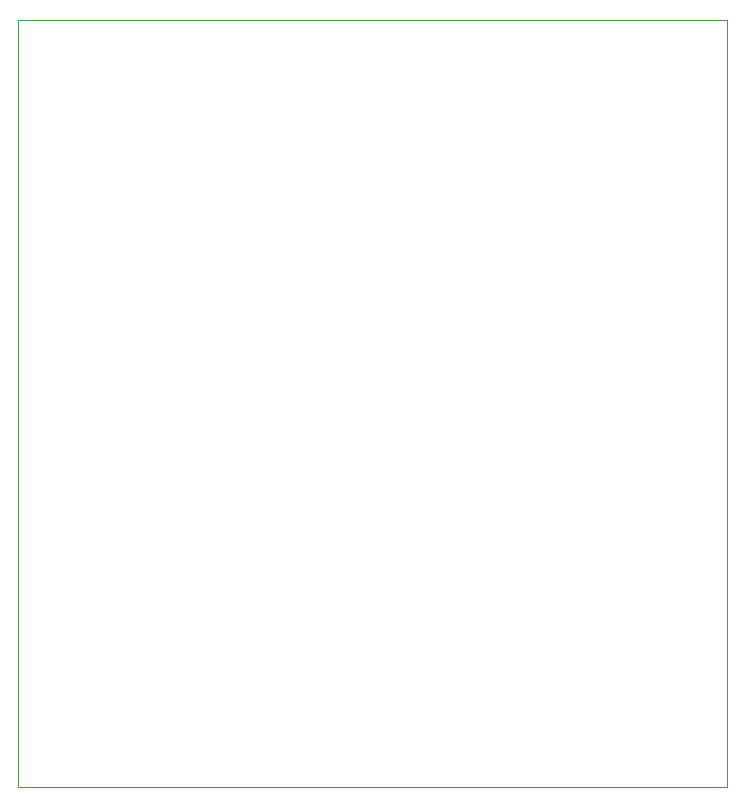
<source format=gm1>
G04 #@! TF.GenerationSoftware,KiCad,Pcbnew,(5.1.5)-2*
G04 #@! TF.CreationDate,2019-12-11T14:25:45+09:00*
G04 #@! TF.ProjectId,circuit_master_ver.1.0.0,63697263-7569-4745-9f6d-61737465725f,rev?*
G04 #@! TF.SameCoordinates,Original*
G04 #@! TF.FileFunction,Profile,NP*
%FSLAX46Y46*%
G04 Gerber Fmt 4.6, Leading zero omitted, Abs format (unit mm)*
G04 Created by KiCad (PCBNEW (5.1.5)-2) date 2019-12-11 14:25:45*
%MOMM*%
%LPD*%
G04 APERTURE LIST*
%ADD10C,0.050000*%
G04 APERTURE END LIST*
D10*
X95000000Y-175000000D02*
X35000000Y-175000000D01*
X95000000Y-110000000D02*
X95000000Y-175000000D01*
X35000000Y-110000000D02*
X95000000Y-110000000D01*
X35000000Y-175000000D02*
X35000000Y-110000000D01*
M02*

</source>
